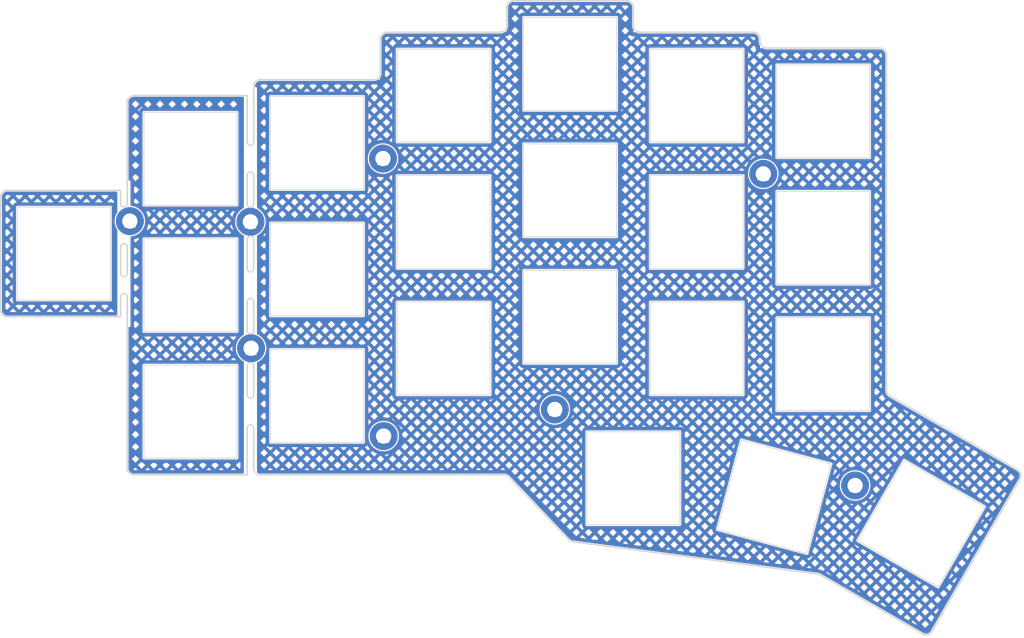
<source format=kicad_pcb>
(kicad_pcb (version 20211014) (generator pcbnew)
  (layers (0 "F.Cu" signal) (31 "B.Cu" signal) (34 "B.Paste" user) (35 "F.Paste" user) (36 "B.SilkS" user "B.Silkscreen") (37 "F.SilkS" user "F.Silkscreen") (38 "B.Mask" user) (39 "F.Mask" user) (44 "Edge.Cuts" user))
  (net 0 "")
  (footprint "kbd:SW_Hole" (layer "F.Cu") (at 42.721463 76.099368)
    (fp_text reference "K18" hide)
    (fp_text value "KEYSW" hide)
    (fp_line (start -7 -7) (end -7 7) (layer "Edge.Cuts") (width 0.12))
    (fp_line (start 7 -7) (end -7 -7) (layer "Edge.Cuts") (width 0.12))
    (fp_line (start 7 7) (end 7 -7) (layer "Edge.Cuts") (width 0.12))
    (fp_line (start -7 7) (end 7 7) (layer "Edge.Cuts") (width 0.12))
  )
  (footprint "kbd:SW_Hole" (layer "F.Cu") (at 118.721463 47.599367)
    (fp_text reference "K21" hide)
    (fp_text value "KEYSW" hide)
    (fp_line (start -7 -7) (end -7 7) (layer "Edge.Cuts") (width 0.12))
    (fp_line (start 7 -7) (end -7 -7) (layer "Edge.Cuts") (width 0.12))
    (fp_line (start -7 7) (end 7 7) (layer "Edge.Cuts") (width 0.12))
    (fp_line (start 7 7) (end 7 -7) (layer "Edge.Cuts") (width 0.12))
  )
  (footprint "kbd:SW_Hole" (layer "F.Cu") (at 42.721463 57.099368)
    (fp_text reference "K14" hide)
    (fp_text value "KEYSW" hide)
    (fp_line (start -7 -7) (end -7 7) (layer "Edge.Cuts") (width 0.12))
    (fp_line (start 7 -7) (end -7 -7) (layer "Edge.Cuts") (width 0.12))
    (fp_line (start 7 7) (end 7 -7) (layer "Edge.Cuts") (width 0.12))
    (fp_line (start -7 7) (end 7 7) (layer "Edge.Cuts") (width 0.12))
  )
  (footprint "kbd:SW_Hole" (layer "F.Cu") (at 61.721463 35.724368)
    (fp_text reference "K13" hide)
    (fp_text value "KEYSW" hide)
    (fp_line (start -7 -7) (end -7 7) (layer "Edge.Cuts") (width 0.12))
    (fp_line (start -7 7) (end 7 7) (layer "Edge.Cuts") (width 0.12))
    (fp_line (start 7 -7) (end -7 -7) (layer "Edge.Cuts") (width 0.12))
    (fp_line (start 7 7) (end 7 -7) (layer "Edge.Cuts") (width 0.12))
  )
  (footprint "kbd:SW_Hole" (layer "F.Cu") (at 152.426296 92.925796 60)
    (fp_text reference "K22" hide)
    (fp_text value "KEYSW" hide)
    (fp_line (start -7 7) (end 7 7) (layer "Edge.Cuts") (width 0.12))
    (fp_line (start 7 -7) (end -7 -7) (layer "Edge.Cuts") (width 0.12))
    (fp_line (start -7 -7) (end -7 7) (layer "Edge.Cuts") (width 0.12))
    (fp_line (start 7 7) (end 7 -7) (layer "Edge.Cuts") (width 0.12))
  )
  (footprint "kbd:M2_Hole_TH" (layer "F.Cu") (at 128.721463 40.374367)
    (fp_text reference "H8" (at 0 0.5) (layer "F.SilkS"))
    (fp_text value "MountingHole")
    (pad "" thru_hole circle (at 0 0) (size 4.2 4.2) (drill 2.3) (layers *.Cu *.Mask))
  )
  (footprint "kbd:SW_Hole" (layer "F.Cu") (at 80.721463 66.599368)
    (fp_text reference "K9" hide)
    (fp_text value "KEYSW" hide)
    (fp_line (start -7 7) (end 7 7) (layer "Edge.Cuts") (width 0.12))
    (fp_line (start -7 -7) (end -7 7) (layer "Edge.Cuts") (width 0.12))
    (fp_line (start 7 7) (end 7 -7) (layer "Edge.Cuts") (width 0.12))
    (fp_line (start 7 -7) (end -7 -7) (layer "Edge.Cuts") (width 0.12))
  )
  (footprint "kbd:M2_Hole_TH" (layer "F.Cu") (at 71.621463 38.074367)
    (fp_text reference "H4" (at 0 0.5) (layer "F.SilkS"))
    (fp_text value "MountingHole")
    (pad "" thru_hole circle (at 0 0) (size 4.2 4.2) (drill 2.3) (layers *.Cu *.Mask))
  )
  (footprint "kbd:SW_Hole" (layer "F.Cu") (at 130.35654 88.881582 -15)
    (fp_text reference "K1" hide)
    (fp_text value "KEYSW" hide)
    (fp_line (start -7 7) (end 7 7) (layer "Edge.Cuts") (width 0.12))
    (fp_line (start -7 -7) (end -7 7) (layer "Edge.Cuts") (width 0.12))
    (fp_line (start 7 7) (end 7 -7) (layer "Edge.Cuts") (width 0.12))
    (fp_line (start 7 -7) (end -7 -7) (layer "Edge.Cuts") (width 0.12))
  )
  (footprint "kbd:SW_Hole" (layer "F.Cu") (at 99.721463 23.849368)
    (fp_text reference "K11" hide)
    (fp_text value "KEYSW" hide)
    (fp_line (start 7 -7) (end -7 -7) (layer "Edge.Cuts") (width 0.12))
    (fp_line (start -7 7) (end 7 7) (layer "Edge.Cuts") (width 0.12))
    (fp_line (start 7 7) (end 7 -7) (layer "Edge.Cuts") (width 0.12))
    (fp_line (start -7 -7) (end -7 7) (layer "Edge.Cuts") (width 0.12))
  )
  (footprint "kbd:M2_Hole_TH" (layer "F.Cu") (at 51.821463 66.574367)
    (fp_text reference "H2" (at 0 0.5) (layer "F.SilkS"))
    (fp_text value "MountingHole")
    (pad "" thru_hole circle (at 0 0) (size 4.2 4.2) (drill 2.3) (layers *.Cu *.Mask))
  )
  (footprint "kbd:SW_Hole" (layer "F.Cu") (at 42.721463 38.099368)
    (fp_text reference "K7" hide)
    (fp_text value "KEYSW" hide)
    (fp_line (start -7 -7) (end -7 7) (layer "Edge.Cuts") (width 0.12))
    (fp_line (start -7 7) (end 7 7) (layer "Edge.Cuts") (width 0.12))
    (fp_line (start 7 7) (end 7 -7) (layer "Edge.Cuts") (width 0.12))
    (fp_line (start 7 -7) (end -7 -7) (layer "Edge.Cuts") (width 0.12))
  )
  (footprint "kbd:SW_Hole" (layer "F.Cu") (at 118.721463 66.599367)
    (fp_text reference "K12" hide)
    (fp_text value "KEYSW" hide)
    (fp_line (start 7 -7) (end -7 -7) (layer "Edge.Cuts") (width 0.12))
    (fp_line (start -7 7) (end 7 7) (layer "Edge.Cuts") (width 0.12))
    (fp_line (start 7 7) (end 7 -7) (layer "Edge.Cuts") (width 0.12))
    (fp_line (start -7 -7) (end -7 7) (layer "Edge.Cuts") (width 0.12))
  )
  (footprint "kbd:M2_Hole_TH" (layer "F.Cu") (at 33.621463 47.474367)
    (fp_text reference "H3" (at 0 0.5) (layer "F.SilkS"))
    (fp_text value "MountingHole")
    (pad "" thru_hole circle (at 0 0) (size 4.2 4.2) (drill 2.3) (layers *.Cu *.Mask))
  )
  (footprint "kbd:M2_Hole_TH" (layer "F.Cu") (at 51.721463 47.574367)
    (fp_text reference "H1" (at 0 0.5) (layer "F.SilkS"))
    (fp_text value "MountingHole")
    (pad "" thru_hole circle (at 0 0) (size 4.2 4.2) (drill 2.3) (layers *.Cu *.Mask))
  )
  (footprint "kbd:SW_Hole" (layer "F.Cu") (at 118.721463 28.599367)
    (fp_text reference "K16" hide)
    (fp_text value "KEYSW" hide)
    (fp_line (start -7 7) (end 7 7) (layer "Edge.Cuts") (width 0.12))
    (fp_line (start 7 7) (end 7 -7) (layer "Edge.Cuts") (width 0.12))
    (fp_line (start -7 -7) (end -7 7) (layer "Edge.Cuts") (width 0.12))
    (fp_line (start 7 -7) (end -7 -7) (layer "Edge.Cuts") (width 0.12))
  )
  (footprint "kbd:SW_Hole" (layer "F.Cu") (at 80.721463 47.599368)
    (fp_text reference "K6" hide)
    (fp_text value "KEYSW" hide)
    (fp_line (start -7 7) (end 7 7) (layer "Edge.Cuts") (width 0.12))
    (fp_line (start 7 7) (end 7 -7) (layer "Edge.Cuts") (width 0.12))
    (fp_line (start -7 -7) (end -7 7) (layer "Edge.Cuts") (width 0.12))
    (fp_line (start 7 -7) (end -7 -7) (layer "Edge.Cuts") (width 0.12))
  )
  (footprint "kbd:M2_Hole_TH" (layer "F.Cu") (at 97.421463 75.774367)
    (fp_text reference "H6" (at 0 0.5) (layer "F.SilkS"))
    (fp_text value "MountingHole")
    (pad "" thru_hole circle (at 0 0) (size 4.2 4.2) (drill 2.3) (layers *.Cu *.Mask))
  )
  (footprint "kbd:SW_Hole" (layer "F.Cu") (at 109.221463 86.099097)
    (fp_text reference "K5" hide)
    (fp_text value "KEYSW" hide)
    (fp_line (start -7 7) (end 7 7) (layer "Edge.Cuts") (width 0.12))
    (fp_line (start 7 -7) (end -7 -7) (layer "Edge.Cuts") (width 0.12))
    (fp_line (start -7 -7) (end -7 7) (layer "Edge.Cuts") (width 0.12))
    (fp_line (start 7 7) (end 7 -7) (layer "Edge.Cuts") (width 0.12))
  )
  (footprint "kbd:SW_Hole" (layer "F.Cu") (at 137.721463 49.974367)
    (fp_text reference "K3" hide)
    (fp_text value "KEYSW" hide)
    (fp_line (start -7 -7) (end -7 7) (layer "Edge.Cuts") (width 0.12))
    (fp_line (start -7 7) (end 7 7) (layer "Edge.Cuts") (width 0.12))
    (fp_line (start 7 -7) (end -7 -7) (layer "Edge.Cuts") (width 0.12))
    (fp_line (start 7 7) (end 7 -7) (layer "Edge.Cuts") (width 0.12))
  )
  (footprint "kbd:SW_Hole" (layer "F.Cu") (at 23.721464 52.349367)
    (fp_text reference "K10" hide)
    (fp_text value "KEYSW" hide)
    (fp_line (start -7 -7) (end -7 7) (layer "Edge.Cuts") (width 0.12))
    (fp_line (start 7 -7) (end -7 -7) (layer "Edge.Cuts") (width 0.12))
    (fp_line (start -7 7) (end 7 7) (layer "Edge.Cuts") (width 0.12))
    (fp_line (start 7 7) (end 7 -7) (layer "Edge.Cuts") (width 0.12))
  )
  (footprint "kbd:SW_Hole" (layer "F.Cu") (at 99.721463 42.849368)
    (fp_text reference "K19" hide)
    (fp_text value "KEYSW" hide)
    (fp_line (start -7 7) (end 7 7) (layer "Edge.Cuts") (width 0.12))
    (fp_line (start -7 -7) (end -7 7) (layer "Edge.Cuts") (width 0.12))
    (fp_line (start 7 -7) (end -7 -7) (layer "Edge.Cuts") (width 0.12))
    (fp_line (start 7 7) (end 7 -7) (layer "Edge.Cuts") (width 0.12))
  )
  (footprint "kbd:SW_Hole" (layer "F.Cu") (at 61.721463 73.724368)
    (fp_text reference "K8" hide)
    (fp_text value "KEYSW" hide)
    (fp_line (start -7 7) (end 7 7) (layer "Edge.Cuts") (width 0.12))
    (fp_line (start 7 -7) (end -7 -7) (layer "Edge.Cuts") (width 0.12))
    (fp_line (start -7 -7) (end -7 7) (layer "Edge.Cuts") (width 0.12))
    (fp_line (start 7 7) (end 7 -7) (layer "Edge.Cuts") (width 0.12))
  )
  (footprint "kbd:M2_Hole_TH" (layer "F.Cu") (at 71.721463 79.774367)
    (fp_text reference "H5" (at 0 0.5) (layer "F.SilkS"))
    (fp_text value "MountingHole")
    (pad "" thru_hole circle (at 0 0) (size 4.2 4.2) (drill 2.3) (layers *.Cu *.Mask))
  )
  (footprint "kbd:SW_Hole" (layer "F.Cu") (at 137.721463 30.974367)
    (fp_text reference "K4" hide)
    (fp_text value "KEYSW" hide)
    (fp_line (start 7 7) (end 7 -7) (layer "Edge.Cuts") (width 0.12))
    (fp_line (start -7 7) (end 7 7) (layer "Edge.Cuts") (width 0.12))
    (fp_line (start 7 -7) (end -7 -7) (layer "Edge.Cuts") (width 0.12))
    (fp_line (start -7 -7) (end -7 7) (layer "Edge.Cuts") (width 0.12))
  )
  (footprint "kbd:SW_Hole" (layer "F.Cu") (at 137.721463 68.974367)
    (fp_text reference "K2" hide)
    (fp_text value "KEYSW" hide)
    (fp_line (start -7 7) (end 7 7) (layer "Edge.Cuts") (width 0.12))
    (fp_line (start -7 -7) (end -7 7) (layer "Edge.Cuts") (width 0.12))
    (fp_line (start 7 7) (end 7 -7) (layer "Edge.Cuts") (width 0.12))
    (fp_line (start 7 -7) (end -7 -7) (layer "Edge.Cuts") (width 0.12))
  )
  (footprint "kbd:SW_Hole" (layer "F.Cu") (at 99.721463 61.849368)
    (fp_text reference "K15" hide)
    (fp_text value "KEYSW" hide)
    (fp_line (start 7 -7) (end -7 -7) (layer "Edge.Cuts") (width 0.12))
    (fp_line (start -7 -7) (end -7 7) (layer "Edge.Cuts") (width 0.12))
    (fp_line (start 7 7) (end 7 -7) (layer "Edge.Cuts") (width 0.12))
    (fp_line (start -7 7) (end 7 7) (layer "Edge.Cuts") (width 0.12))
  )
  (footprint "kbd:M2_Hole_TH" (layer "F.Cu") (at 142.507505 87.19918)
    (fp_text reference "H9" (at 0 0.5) (layer "F.SilkS"))
    (fp_text value "MountingHole")
    (pad "" thru_hole circle (at 0 0) (size 4.2 4.2) (drill 2.3) (layers *.Cu *.Mask))
  )
  (footprint "kbd:SW_Hole" (layer "F.Cu") (at 61.721463 54.724368)
    (fp_text reference "K17" hide)
    (fp_text value "KEYSW" hide)
    (fp_line (start -7 -7) (end -7 7) (layer "Edge.Cuts") (width 0.12))
    (fp_line (start 7 7) (end 7 -7) (layer "Edge.Cuts") (width 0.12))
    (fp_line (start 7 -7) (end -7 -7) (layer "Edge.Cuts") (width 0.12))
    (fp_line (start -7 7) (end 7 7) (layer "Edge.Cuts") (width 0.12))
  )
  (footprint "kbd:SW_Hole" (layer "F.Cu") (at 80.721463 28.599368)
    (fp_text reference "K20" hide)
    (fp_text value "KEYSW" hide)
    (fp_line (start -7 7) (end 7 7) (layer "Edge.Cuts") (width 0.12))
    (fp_line (start -7 -7) (end -7 7) (layer "Edge.Cuts") (width 0.12))
    (fp_line (start 7 7) (end 7 -7) (layer "Edge.Cuts") (width 0.12))
    (fp_line (start 7 -7) (end -7 -7) (layer "Edge.Cuts") (width 0.12))
  )
  (gr_arc (start 89.796623 85.599367) (mid 90.187009 85.679623) (end 90.514076 85.907372) (layer "Edge.Cuts") (width 0.2))
  (gr_arc (start 166.912511 84.834934) (mid 167.378437 85.442141) (end 167.278537 86.20096) (layer "Edge.Cuts") (width 0.2))
  (gr_line (start 51.221491 54.599327) (end 51.22149 50.224327) (layer "Edge.Cuts") (width 0.2))
  (gr_arc (start 51.221463 59.599366) (mid 51.721463 59.099366) (end 52.221463 59.599366) (layer "Edge.Cuts") (width 0.2))
  (gr_arc (start 90.221463 18.099368) (mid 89.92857 18.806475) (end 89.221463 19.099368) (layer "Edge.Cuts") (width 0.2))
  (gr_line (start 15.221464 42.849368) (end 32.221465 42.849368) (layer "Edge.Cuts") (width 0.2))
  (gr_line (start 32.221464 51.349368) (end 32.221464 55.349368) (layer "Edge.Cuts") (width 0.2))
  (gr_line (start 52.221463 35.599367) (end 52.221463 27.224367) (layer "Edge.Cuts") (width 0.2))
  (gr_line (start 99.480311 95.345258) (end 90.514076 85.907372) (layer "Edge.Cuts") (width 0.2))
  (gr_arc (start 51.221463 40.599367) (mid 51.721463 40.099367) (end 52.221463 40.599367) (layer "Edge.Cuts") (width 0.2))
  (gr_line (start 147.721463 73.754978) (end 166.912511 84.834934) (layer "Edge.Cuts") (width 0.2))
  (gr_arc (start 51.22149 69.224327) (mid 51.72149 68.724327) (end 52.22149 69.224327) (layer "Edge.Cuts") (width 0.2))
  (gr_line (start 147.221463 22.474368) (end 147.221463 72.888952) (layer "Edge.Cuts") (width 0.2))
  (gr_arc (start 52.22149 44.924327) (mid 51.72149 45.424327) (end 51.22149 44.924327) (layer "Edge.Cuts") (width 0.2))
  (gr_arc (start 33.221463 55.349368) (mid 32.721463 55.849368) (end 32.221463 55.349368) (layer "Edge.Cuts") (width 0.2))
  (gr_line (start 51.221463 28.599368) (end 51.221463 35.599367) (layer "Edge.Cuts") (width 0.2))
  (gr_line (start 32.221464 42.849368) (end 32.221464 44.849368) (layer "Edge.Cuts") (width 0.2))
  (gr_arc (start 52.22149 63.924327) (mid 51.72149 64.424327) (end 51.22149 63.924327) (layer "Edge.Cuts") (width 0.2))
  (gr_arc (start 71.221463 25.224368) (mid 70.92857 25.931475) (end 70.221463 26.224368) (layer "Edge.Cuts") (width 0.2))
  (gr_arc (start 52.221463 73.599366) (mid 51.721463 74.099366) (end 51.221463 73.599366) (layer "Edge.Cuts") (width 0.2))
  (gr_line (start 52.221463 84.599366) (end 52.221463 78.599366) (layer "Edge.Cuts") (width 0.2))
  (gr_line (start 52.22149 63.924327) (end 52.221491 59.599327) (layer "Edge.Cuts") (width 0.2))
  (gr_arc (start 53.221463 85.599366) (mid 52.514356 85.306473) (end 52.221463 84.599366) (layer "Edge.Cuts") (width 0.2))
  (gr_line (start 71.221463 25.224368) (end 71.221463 20.099368) (layer "Edge.Cuts") (width 0.2))
  (gr_arc (start 146.221463 21.474368) (mid 146.92857 21.767261) (end 147.221463 22.474368) (layer "Edge.Cuts") (width 0.2))
  (gr_arc (start 108.221463 14.349368) (mid 108.92857 14.642261) (end 109.221463 15.349368) (layer "Edge.Cuts") (width 0.2))
  (gr_line (start 110.221463 19.099367) (end 127.221463 19.099367) (layer "Edge.Cuts") (width 0.2))
  (gr_line (start 52.221491 73.599327) (end 52.22149 69.224327) (layer "Edge.Cuts") (width 0.2))
  (gr_line (start 89.796623 85.599366) (end 53.221463 85.599366) (layer "Edge.Cuts") (width 0.2))
  (gr_line (start 152.662511 109.516658) (end 137.244527 100.615081) (layer "Edge.Cuts") (width 0.2))
  (gr_arc (start 110.221462 19.099368) (mid 109.514356 18.806474) (end 109.221463 18.099367) (layer "Edge.Cuts") (width 0.2))
  (gr_line (start 33.221463 84.609762) (end 33.221464 58.849368) (layer "Edge.Cuts") (width 0.2))
  (gr_arc (start 52.221463 54.599366) (mid 51.721463 55.099366) (end 51.221463 54.599366) (layer "Edge.Cuts") (width 0.2))
  (gr_arc (start 51.221463 78.599366) (mid 51.721463 78.099366) (end 52.221463 78.599366) (layer "Edge.Cuts") (width 0.2))
  (gr_arc (start 33.221464 44.849368) (mid 32.721464 45.349368) (end 32.221464 44.849368) (layer "Edge.Cuts") (width 0.2))
  (gr_line (start 51.221463 78.599366) (end 51.221463 85.599366) (layer "Edge.Cuts") (width 0.2))
  (gr_line (start 52.221491 40.599328) (end 52.22149 44.924327) (layer "Edge.Cuts") (width 0.2))
  (gr_arc (start 34.211068 85.599367) (mid 33.511312 85.309518) (end 33.221463 84.609762) (layer "Edge.Cuts") (width 0.2))
  (gr_line (start 51.221463 85.599366) (end 34.211068 85.599366) (layer "Edge.Cuts") (width 0.2))
  (gr_arc (start 52.221463 27.224368) (mid 52.514356 26.517261) (end 53.221463 26.224368) (layer "Edge.Cuts") (width 0.2))
  (gr_line (start 53.221463 26.224368) (end 70.221463 26.224368) (layer "Edge.Cuts") (width 0.2))
  (gr_line (start 14.221465 60.849368) (end 14.221465 43.849369) (layer "Edge.Cuts") (width 0.2))
  (gr_arc (start 15.221464 61.849367) (mid 14.514358 61.556474) (end 14.221465 60.849368) (layer "Edge.Cuts") (width 0.2))
  (gr_arc (start 14.221465 43.849369) (mid 14.514358 43.142262) (end 15.221464 42.849368) (layer "Edge.Cuts") (width 0.2))
  (gr_line (start 32.221464 58.849368) (end 32.221464 61.849368) (layer "Edge.Cuts") (width 0.2))
  (gr_arc (start 129.221463 21.474367) (mid 128.514356 21.181474) (end 128.221463 20.474367) (layer "Edge.Cuts") (width 0.2))
  (gr_arc (start 90.221463 15.349368) (mid 90.514356 14.642261) (end 91.221463 14.349368) (layer "Edge.Cuts") (width 0.2))
  (gr_arc (start 127.221463 19.099367) (mid 127.92857 19.39226) (end 128.221463 20.099367) (layer "Edge.Cuts") (width 0.2))
  (gr_arc (start 100.068595 95.644797) (mid 99.748739 95.545528) (end 99.480311 95.345258) (layer "Edge.Cuts") (width 0.2))
  (gr_line (start 136.878894 100.490965) (end 100.068595 95.644797) (layer "Edge.Cuts") (width 0.2))
  (gr_line (start 33.221464 44.849368) (end 33.221464 29.599368) (layer "Edge.Cuts") (width 0.2))
  (gr_line (start 33.221463 55.349368) (end 33.221463 51.349368) (layer "Edge.Cuts") (width 0.2))
  (gr_line (start 109.221463 15.349368) (end 109.221463 18.099367) (layer "Edge.Cuts") (width 0.2))
  (gr_line (start 128.221463 20.099367) (end 128.221463 20.474367) (layer "Edge.Cuts") (width 0.2))
  (gr_arc (start 33.221464 29.599368) (mid 33.514357 28.892261) (end 34.221464 28.599368) (layer "Edge.Cuts") (width 0.2))
  (gr_line (start 129.221463 21.474367) (end 146.221463 21.474368) (layer "Edge.Cuts") (width 0.2))
  (gr_line (start 52.221491 54.599327) (end 52.22149 50.224327) (layer "Edge.Cuts") (width 0.2))
  (gr_line (start 167.278537 86.20096) (end 154.028537 109.150633) (layer "Edge.Cuts") (width 0.2))
  (gr_arc (start 52.221463 35.599367) (mid 51.721463 36.099367) (end 51.221463 35.599367) (layer "Edge.Cuts") (width 0.2))
  (gr_arc (start 136.878894 100.490965) (mid 137.067823 100.535017) (end 137.244527 100.615081) (layer "Edge.Cuts") (width 0.2))
  (gr_arc (start 147.721463 73.754977) (mid 147.355438 73.388952) (end 147.221463 72.888952) (layer "Edge.Cuts") (width 0.2))
  (gr_arc (start 32.221462 51.349368) (mid 32.721462 50.849368) (end 33.221462 51.349368) (layer "Edge.Cuts") (width 0.2))
  (gr_arc (start 32.221464 58.849368) (mid 32.721464 58.349368) (end 33.221464 58.849368) (layer "Edge.Cuts") (width 0.2))
  (gr_arc (start 71.221462 20.099368) (mid 71.514356 19.392261) (end 72.221463 19.099367) (layer "Edge.Cuts") (width 0.2))
  (gr_line (start 90.221463 18.099368) (end 90.221463 15.349368) (layer "Edge.Cuts") (width 0.2))
  (gr_line (start 32.221464 61.849368) (end 15.221464 61.849368) (layer "Edge.Cuts") (width 0.2))
  (gr_arc (start 51.22149 50.224327) (mid 51.72149 49.724327) (end 52.22149 50.224327) (layer "Edge.Cuts") (width 0.2))
  (gr_line (start 51.22149 63.924327) (end 51.221491 59.599327) (layer "Edge.Cuts") (width 0.2))
  (gr_line (start 51.22149 69.224327) (end 51.221491 73.599327) (layer "Edge.Cuts") (width 0.2))
  (gr_line (start 91.221463 14.349368) (end 108.221463 14.349368) (layer "Edge.Cuts") (width 0.2))
  (gr_line (start 72.221463 19.099367) (end 89.221463 19.099368) (layer "Edge.Cuts") (width 0.2))
  (gr_line (start 51.221491 40.599328) (end 51.22149 44.924327) (layer "Edge.Cuts") (width 0.2))
  (gr_arc (start 154.028536 109.150633) (mid 153.42133 109.616559) (end 152.662511 109.516658) (layer "Edge.Cuts") (width 0.2))
  (gr_line (start 34.221464 28.599368) (end 51.221463 28.599368) (layer "Edge.Cuts") (width 0.2))
  (zone (net 0) (net_name "") (layers F&B.Cu) (priority 1) (connect_pads (clearance 0.2)) (min_thickness 0.25) (fill yes (mode hatch) (thermal_gap 0.5) (thermal_bridge_width 0.5) (hatch_thickness 0.5) (hatch_gap 0.8) (hatch_orientation 45) (hatch_border_algorithm hatch_thickness) (hatch_min_hole_area 0.3))
    (polygon (pts (xy 109.221463 19.104952) (xy 128.221463 19.104952) (xy 128.221463 21.504952) (xy 147.221463 21.504952) (xy 147.221463 23.804952) (xy 147.721464 73.349367) (xy 167.821463 85.204952) (xy 153.421463 109.904952) (xy 137.021463 100.504952) (xy 99.721463 95.504952) (xy 90.121463 85.504952) (xy 33.221463 85.604952) (xy 33.221463 61.804952) (xy 14.121463 61.804952) (xy 14.221463 42.904952) (xy 33.221463 42.804952) (xy 33.221463 28.504952) (xy 52.221463 28.504952) (xy 52.221463 26.204952) (xy 71.221463 26.204952) (xy 71.221463 19.004952) (xy 90.221463 19.004952) (xy 90.221463 14.304952) (xy 109.221463 14.304952)))
  )
  (zone (net 0) (net_name "") (layers F&B.Cu) (connect_pads (clearance 0)) (min_thickness 0.254)
    (keepout (tracks not_allowed) (vias not_allowed) (pads not_allowed) (copperpour not_allowed) (footprints allowed))
    (fill (thermal_gap 0.508) (thermal_bridge_width 0.508))
    (polygon (pts (xy 52.721463 86.099367) (xy 50.721463 86.099367) (xy 50.721463 27.349367) (xy 52.721463 27.349367)))
  )
  (zone (net 0) (net_name "") (layers F&B.Cu) (connect_pads (clearance 0)) (min_thickness 0.254)
    (keepout (tracks not_allowed) (vias not_allowed) (pads not_allowed) (copperpour not_allowed) (footprints allowed))
    (fill (thermal_gap 0.508) (thermal_bridge_width 0.508))
    (polygon (pts (xy 33.721463 63.349367) (xy 31.721463 63.349367) (xy 31.721463 41.849367) (xy 33.721463 41.349367)))
  )
)
</source>
